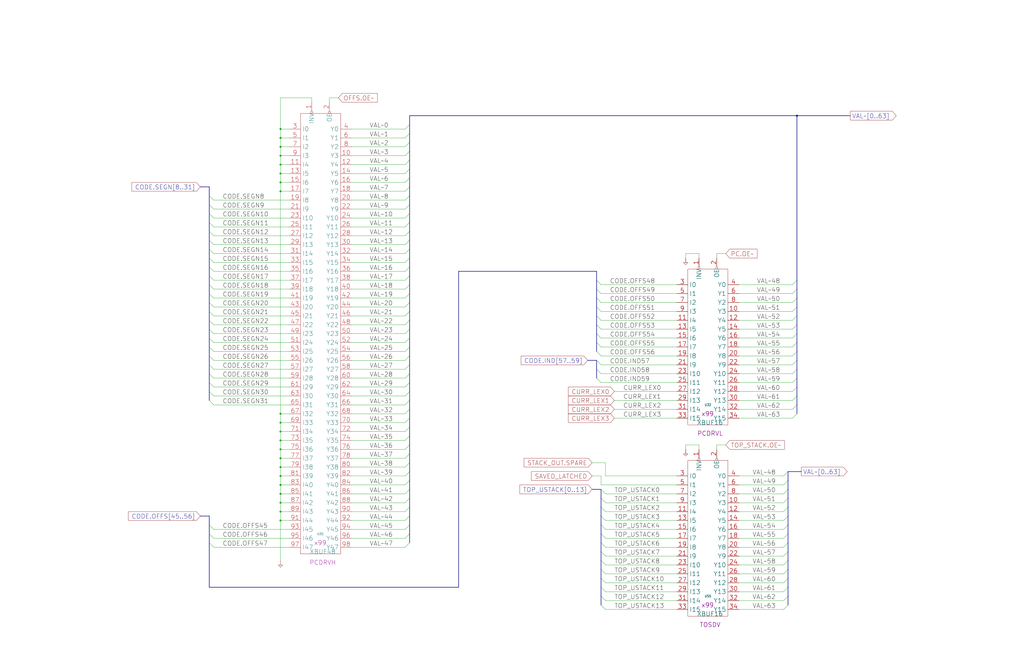
<source format=kicad_sch>
(kicad_sch (version 20230121) (generator eeschema)
  (paper "User" 584.2 378.46)
  (title_block (title "CODE DRIVER") (date "22-MAY-90") (rev "1.0") (comment 1 "SEQUENCER") (comment 2 "232-003064") (comment 3 "S400") (comment 4 "RELEASED"))
  (lib_symbols
    (symbol "r1000:PD" (power) (pin_numbers hide) (pin_names hide) (in_bom no)
      (symbol "PD_0_1"
        (polyline (pts (xy 0 -2.54) (xy 1.27 -2.54) (xy 0 -3.81) (xy -1.27 -2.54) (xy 0 -2.54)) (stroke (width 0.1524)))
      )
      (symbol "PD_1_1"
        (pin power_in line (at 0 0 270) (length 2.54) (name "PD") (number "1"))
      )
    )
    (symbol "r1000:XBUF16" (pin_names (offset 1.016))
      (property "Reference" "U" (at 2.54 5.08 0))
      (property "Value" "XBUF16" (at -3.81 -5.08 0))
      (property "Location" "___" (at -1.27 0 0))
      (property "Name" "______" (at 3.81 -12.7 0))
      (symbol "XBUF16_1_1"
        (rectangle (start -8.89 82.55) (end 13.97 -6.35))
        (circle (center -2.54 83.185) (radius 0.635))
        (circle (center 7.62 83.185) (radius 0.635))
        (pin input line (at -2.54 88.9 270) (length 5.08) (name "INV") (number "1"))
        (pin tri_state line (at 20.32 58.42 180) (length 6.35) (name "Y3") (number "10"))
        (pin input line (at -15.24 53.34 0) (length 6.35) (name "I4") (number "11"))
        (pin tri_state line (at 20.32 53.34 180) (length 6.35) (name "Y4") (number "12"))
        (pin input line (at -15.24 48.26 0) (length 6.35) (name "I5") (number "13"))
        (pin tri_state line (at 20.32 48.26 180) (length 6.35) (name "Y5") (number "14"))
        (pin input line (at -15.24 43.18 0) (length 6.35) (name "I6") (number "15"))
        (pin tri_state line (at 20.32 43.18 180) (length 6.35) (name "Y6") (number "16"))
        (pin input line (at -15.24 38.1 0) (length 6.35) (name "I7") (number "17"))
        (pin tri_state line (at 20.32 38.1 180) (length 6.35) (name "Y7") (number "18"))
        (pin input line (at -15.24 33.02 0) (length 6.35) (name "I8") (number "19"))
        (pin input line (at 7.62 88.9 270) (length 5.08) (name "OE") (number "2"))
        (pin tri_state line (at 20.32 33.02 180) (length 6.35) (name "Y8") (number "20"))
        (pin input line (at -15.24 27.94 0) (length 6.35) (name "I9") (number "21"))
        (pin tri_state line (at 20.32 27.94 180) (length 6.35) (name "Y9") (number "22"))
        (pin input line (at -15.24 22.86 0) (length 6.35) (name "I10") (number "23"))
        (pin tri_state line (at 20.32 22.86 180) (length 6.35) (name "Y10") (number "24"))
        (pin input line (at -15.24 17.78 0) (length 6.35) (name "I11") (number "25"))
        (pin tri_state line (at 20.32 17.78 180) (length 6.35) (name "Y11") (number "26"))
        (pin input line (at -15.24 12.7 0) (length 6.35) (name "I12") (number "27"))
        (pin tri_state line (at 20.32 12.7 180) (length 6.35) (name "Y12") (number "28"))
        (pin input line (at -15.24 7.62 0) (length 6.35) (name "I13") (number "29"))
        (pin input line (at -15.24 73.66 0) (length 6.35) (name "I0") (number "3"))
        (pin tri_state line (at 20.32 7.62 180) (length 6.35) (name "Y13") (number "30"))
        (pin input line (at -15.24 2.54 0) (length 6.35) (name "I14") (number "31"))
        (pin tri_state line (at 20.32 2.54 180) (length 6.35) (name "Y14") (number "32"))
        (pin input line (at -15.24 -2.54 0) (length 6.35) (name "I15") (number "33"))
        (pin tri_state line (at 20.32 -2.54 180) (length 6.35) (name "Y15") (number "34"))
        (pin tri_state line (at 20.32 73.66 180) (length 6.35) (name "Y0") (number "4"))
        (pin input line (at -15.24 68.58 0) (length 6.35) (name "I1") (number "5"))
        (pin tri_state line (at 20.32 68.58 180) (length 6.35) (name "Y1") (number "6"))
        (pin input line (at -15.24 63.5 0) (length 6.35) (name "I2") (number "7"))
        (pin tri_state line (at 20.32 63.5 180) (length 6.35) (name "Y2") (number "8"))
        (pin input line (at -15.24 58.42 0) (length 6.35) (name "I3") (number "9"))
      )
    )
    (symbol "r1000:XBUF48" (pin_names (offset 1.016))
      (property "Reference" "U" (at 2.54 5.08 0))
      (property "Value" "XBUF48" (at -3.81 -5.08 0))
      (property "Location" "___" (at -1.27 0 0))
      (property "Name" "______" (at 3.81 -12.7 0))
      (symbol "XBUF48_1_1"
        (rectangle (start -8.89 245.11) (end 13.97 -6.35))
        (circle (center -2.54 245.745) (radius 0.635))
        (circle (center 7.62 245.745) (radius 0.635))
        (pin input line (at -2.54 251.46 270) (length 5.08) (name "INV") (number "1"))
        (pin tri_state line (at 20.32 220.98 180) (length 6.35) (name "Y3") (number "10"))
        (pin input line (at -15.24 215.9 0) (length 6.35) (name "I4") (number "11"))
        (pin tri_state line (at 20.32 215.9 180) (length 6.35) (name "Y4") (number "12"))
        (pin input line (at -15.24 210.82 0) (length 6.35) (name "I5") (number "13"))
        (pin tri_state line (at 20.32 210.82 180) (length 6.35) (name "Y5") (number "14"))
        (pin input line (at -15.24 205.74 0) (length 6.35) (name "I6") (number "15"))
        (pin tri_state line (at 20.32 205.74 180) (length 6.35) (name "Y6") (number "16"))
        (pin input line (at -15.24 200.66 0) (length 6.35) (name "I7") (number "17"))
        (pin tri_state line (at 20.32 200.66 180) (length 6.35) (name "Y7") (number "18"))
        (pin input line (at -15.24 195.58 0) (length 6.35) (name "I8") (number "19"))
        (pin input line (at 7.62 251.46 270) (length 5.08) (name "OE") (number "2"))
        (pin tri_state line (at 20.32 195.58 180) (length 6.35) (name "Y8") (number "20"))
        (pin input line (at -15.24 190.5 0) (length 6.35) (name "I9") (number "21"))
        (pin tri_state line (at 20.32 190.5 180) (length 6.35) (name "Y9") (number "22"))
        (pin input line (at -15.24 185.42 0) (length 6.35) (name "I10") (number "23"))
        (pin tri_state line (at 20.32 185.42 180) (length 6.35) (name "Y10") (number "24"))
        (pin input line (at -15.24 180.34 0) (length 6.35) (name "I11") (number "25"))
        (pin tri_state line (at 20.32 180.34 180) (length 6.35) (name "Y11") (number "26"))
        (pin input line (at -15.24 175.26 0) (length 6.35) (name "I12") (number "27"))
        (pin tri_state line (at 20.32 175.26 180) (length 6.35) (name "Y12") (number "28"))
        (pin input line (at -15.24 170.18 0) (length 6.35) (name "I13") (number "29"))
        (pin input line (at -15.24 236.22 0) (length 6.35) (name "I0") (number "3"))
        (pin tri_state line (at 20.32 170.18 180) (length 6.35) (name "Y13") (number "30"))
        (pin input line (at -15.24 165.1 0) (length 6.35) (name "I14") (number "31"))
        (pin tri_state line (at 20.32 165.1 180) (length 6.35) (name "Y14") (number "32"))
        (pin input line (at -15.24 160.02 0) (length 6.35) (name "I15") (number "33"))
        (pin tri_state line (at 20.32 160.02 180) (length 6.35) (name "Y15") (number "34"))
        (pin input line (at -15.24 154.94 0) (length 6.35) (name "I16") (number "35"))
        (pin tri_state line (at 20.32 154.94 180) (length 6.35) (name "Y16") (number "36"))
        (pin input line (at -15.24 149.86 0) (length 6.35) (name "I17") (number "37"))
        (pin tri_state line (at 20.32 149.86 180) (length 6.35) (name "Y17") (number "38"))
        (pin input line (at -15.24 144.78 0) (length 6.35) (name "I18") (number "39"))
        (pin tri_state line (at 20.32 236.22 180) (length 6.35) (name "Y0") (number "4"))
        (pin tri_state line (at 20.32 144.78 180) (length 6.35) (name "Y18") (number "40"))
        (pin input line (at -15.24 139.7 0) (length 6.35) (name "I19") (number "41"))
        (pin tri_state line (at 20.32 139.7 180) (length 6.35) (name "Y19") (number "42"))
        (pin input line (at -15.24 134.62 0) (length 6.35) (name "I20") (number "43"))
        (pin tri_state line (at 20.32 134.62 180) (length 6.35) (name "Y20") (number "44"))
        (pin input line (at -15.24 129.54 0) (length 6.35) (name "I21") (number "45"))
        (pin tri_state line (at 20.32 129.54 180) (length 6.35) (name "Y21") (number "46"))
        (pin input line (at -15.24 124.46 0) (length 6.35) (name "I22") (number "47"))
        (pin tri_state line (at 20.32 124.46 180) (length 6.35) (name "Y22") (number "48"))
        (pin input line (at -15.24 119.38 0) (length 6.35) (name "I23") (number "49"))
        (pin input line (at -15.24 231.14 0) (length 6.35) (name "I1") (number "5"))
        (pin tri_state line (at 20.32 119.38 180) (length 6.35) (name "Y23") (number "50"))
        (pin input line (at -15.24 114.3 0) (length 6.35) (name "I24") (number "51"))
        (pin tri_state line (at 20.32 114.3 180) (length 6.35) (name "Y24") (number "52"))
        (pin input line (at -15.24 109.22 0) (length 6.35) (name "I25") (number "53"))
        (pin tri_state line (at 20.32 109.22 180) (length 6.35) (name "Y25") (number "54"))
        (pin input line (at -15.24 104.14 0) (length 6.35) (name "I26") (number "55"))
        (pin tri_state line (at 20.32 104.14 180) (length 6.35) (name "Y26") (number "56"))
        (pin input line (at -15.24 99.06 0) (length 6.35) (name "I27") (number "57"))
        (pin tri_state line (at 20.32 99.06 180) (length 6.35) (name "Y27") (number "58"))
        (pin input line (at -15.24 93.98 0) (length 6.35) (name "I28") (number "59"))
        (pin tri_state line (at 20.32 231.14 180) (length 6.35) (name "Y1") (number "6"))
        (pin tri_state line (at 20.32 93.98 180) (length 6.35) (name "Y28") (number "60"))
        (pin input line (at -15.24 88.9 0) (length 6.35) (name "I29") (number "61"))
        (pin tri_state line (at 20.32 88.9 180) (length 6.35) (name "Y29") (number "62"))
        (pin input line (at -15.24 83.82 0) (length 6.35) (name "I30") (number "63"))
        (pin tri_state line (at 20.32 83.82 180) (length 6.35) (name "Y30") (number "64"))
        (pin input line (at -15.24 78.74 0) (length 6.35) (name "I31") (number "65"))
        (pin tri_state line (at 20.32 78.74 180) (length 6.35) (name "Y31") (number "66"))
        (pin input line (at -15.24 73.66 0) (length 6.35) (name "I32") (number "67"))
        (pin tri_state line (at 20.32 73.66 180) (length 6.35) (name "Y32") (number "68"))
        (pin input line (at -15.24 68.58 0) (length 6.35) (name "I33") (number "69"))
        (pin input line (at -15.24 226.06 0) (length 6.35) (name "I2") (number "7"))
        (pin tri_state line (at 20.32 68.58 180) (length 6.35) (name "Y33") (number "70"))
        (pin input line (at -15.24 63.5 0) (length 6.35) (name "I34") (number "71"))
        (pin tri_state line (at 20.32 63.5 180) (length 6.35) (name "Y34") (number "72"))
        (pin input line (at -15.24 58.42 0) (length 6.35) (name "I35") (number "73"))
        (pin tri_state line (at 20.32 58.42 180) (length 6.35) (name "Y35") (number "74"))
        (pin input line (at -15.24 53.34 0) (length 6.35) (name "I36") (number "75"))
        (pin tri_state line (at 20.32 53.34 180) (length 6.35) (name "Y36") (number "76"))
        (pin input line (at -15.24 48.26 0) (length 6.35) (name "I37") (number "77"))
        (pin tri_state line (at 20.32 48.26 180) (length 6.35) (name "Y37") (number "78"))
        (pin input line (at -15.24 43.18 0) (length 6.35) (name "I38") (number "79"))
        (pin tri_state line (at 20.32 226.06 180) (length 6.35) (name "Y2") (number "8"))
        (pin tri_state line (at 20.32 43.18 180) (length 6.35) (name "Y38") (number "80"))
        (pin input line (at -15.24 38.1 0) (length 6.35) (name "I39") (number "81"))
        (pin tri_state line (at 20.32 38.1 180) (length 6.35) (name "Y39") (number "82"))
        (pin input line (at -15.24 33.02 0) (length 6.35) (name "I40") (number "83"))
        (pin tri_state line (at 20.32 33.02 180) (length 6.35) (name "Y40") (number "84"))
        (pin input line (at -15.24 27.94 0) (length 6.35) (name "I41") (number "85"))
        (pin tri_state line (at 20.32 27.94 180) (length 6.35) (name "Y41") (number "86"))
        (pin input line (at -15.24 22.86 0) (length 6.35) (name "I42") (number "87"))
        (pin tri_state line (at 20.32 22.86 180) (length 6.35) (name "Y42") (number "88"))
        (pin input line (at -15.24 17.78 0) (length 6.35) (name "I43") (number "89"))
        (pin input line (at -15.24 220.98 0) (length 6.35) (name "I3") (number "9"))
        (pin tri_state line (at 20.32 17.78 180) (length 6.35) (name "Y43") (number "90"))
        (pin input line (at -15.24 12.7 0) (length 6.35) (name "I44") (number "91"))
        (pin tri_state line (at 20.32 12.7 180) (length 6.35) (name "Y44") (number "92"))
        (pin input line (at -15.24 7.62 0) (length 6.35) (name "I45") (number "93"))
        (pin tri_state line (at 20.32 7.62 180) (length 6.35) (name "Y45") (number "94"))
        (pin input line (at -15.24 2.54 0) (length 6.35) (name "I46") (number "95"))
        (pin tri_state line (at 20.32 2.54 180) (length 6.35) (name "Y46") (number "96"))
        (pin input line (at -15.24 -2.54 0) (length 6.35) (name "I47") (number "97"))
        (pin tri_state line (at 20.32 -2.54 180) (length 6.35) (name "Y47") (number "98"))
      )
    )
  )
  (junction (at 160.02 281.94))
  (junction (at 160.02 109.22))
  (junction (at 160.02 256.54))
  (junction (at 160.02 93.98))
  (junction (at 160.02 246.38))
  (junction (at 160.02 83.82))
  (junction (at 160.02 261.62))
  (junction (at 160.02 236.22))
  (junction (at 160.02 297.18))
  (junction (at 160.02 276.86))
  (junction (at 160.02 292.1))
  (junction (at 160.02 271.78))
  (junction (at 160.02 78.74))
  (junction (at 160.02 99.06))
  (junction (at 160.02 73.66))
  (junction (at 160.02 266.7))
  (junction (at 160.02 241.3))
  (junction (at 160.02 88.9))
  (junction (at 160.02 104.14))
  (junction (at 454.66 66.04))
  (junction (at 160.02 287.02))
  (junction (at 160.02 251.46))
  (bus_entry (at 449.58 279.4) (size -2.54 2.54))
  (bus_entry (at 340.36 170.18) (size 2.54 2.54))
  (bus_entry (at 342.9 279.4) (size 2.54 2.54))
  (bus_entry (at 233.68 284.48) (size -2.54 2.54))
  (bus_entry (at 449.58 309.88) (size -2.54 2.54))
  (bus_entry (at 119.38 132.08) (size 2.54 2.54))
  (bus_entry (at 233.68 213.36) (size -2.54 2.54))
  (bus_entry (at 119.38 157.48) (size 2.54 2.54))
  (bus_entry (at 454.66 215.9) (size -2.54 2.54))
  (bus_entry (at 233.68 198.12) (size -2.54 2.54))
  (bus_entry (at 233.68 228.6) (size -2.54 2.54))
  (bus_entry (at 449.58 289.56) (size -2.54 2.54))
  (bus_entry (at 342.9 294.64) (size 2.54 2.54))
  (bus_entry (at 119.38 121.92) (size 2.54 2.54))
  (bus_entry (at 233.68 167.64) (size -2.54 2.54))
  (bus_entry (at 119.38 182.88) (size 2.54 2.54))
  (bus_entry (at 233.68 248.92) (size -2.54 2.54))
  (bus_entry (at 340.36 175.26) (size 2.54 2.54))
  (bus_entry (at 454.66 231.14) (size -2.54 2.54))
  (bus_entry (at 340.36 205.74) (size 2.54 2.54))
  (bus_entry (at 233.68 157.48) (size -2.54 2.54))
  (bus_entry (at 454.66 220.98) (size -2.54 2.54))
  (bus_entry (at 233.68 172.72) (size -2.54 2.54))
  (bus_entry (at 119.38 152.4) (size 2.54 2.54))
  (bus_entry (at 119.38 218.44) (size 2.54 2.54))
  (bus_entry (at 233.68 203.2) (size -2.54 2.54))
  (bus_entry (at 119.38 116.84) (size 2.54 2.54))
  (bus_entry (at 449.58 304.8) (size -2.54 2.54))
  (bus_entry (at 449.58 299.72) (size -2.54 2.54))
  (bus_entry (at 233.68 116.84) (size -2.54 2.54))
  (bus_entry (at 233.68 243.84) (size -2.54 2.54))
  (bus_entry (at 233.68 254) (size -2.54 2.54))
  (bus_entry (at 342.9 345.44) (size 2.54 2.54))
  (bus_entry (at 454.66 185.42) (size -2.54 2.54))
  (bus_entry (at 119.38 172.72) (size 2.54 2.54))
  (bus_entry (at 233.68 294.64) (size -2.54 2.54))
  (bus_entry (at 342.9 325.12) (size 2.54 2.54))
  (bus_entry (at 342.9 304.8) (size 2.54 2.54))
  (bus_entry (at 449.58 345.44) (size -2.54 2.54))
  (bus_entry (at 449.58 335.28) (size -2.54 2.54))
  (bus_entry (at 119.38 198.12) (size 2.54 2.54))
  (bus_entry (at 454.66 195.58) (size -2.54 2.54))
  (bus_entry (at 454.66 160.02) (size -2.54 2.54))
  (bus_entry (at 454.66 226.06) (size -2.54 2.54))
  (bus_entry (at 233.68 91.44) (size -2.54 2.54))
  (bus_entry (at 342.9 289.56) (size 2.54 2.54))
  (bus_entry (at 454.66 200.66) (size -2.54 2.54))
  (bus_entry (at 449.58 294.64) (size -2.54 2.54))
  (bus_entry (at 233.68 86.36) (size -2.54 2.54))
  (bus_entry (at 449.58 325.12) (size -2.54 2.54))
  (bus_entry (at 119.38 299.72) (size 2.54 2.54))
  (bus_entry (at 233.68 208.28) (size -2.54 2.54))
  (bus_entry (at 340.36 195.58) (size 2.54 2.54))
  (bus_entry (at 233.68 299.72) (size -2.54 2.54))
  (bus_entry (at 454.66 205.74) (size -2.54 2.54))
  (bus_entry (at 119.38 147.32) (size 2.54 2.54))
  (bus_entry (at 449.58 320.04) (size -2.54 2.54))
  (bus_entry (at 342.9 330.2) (size 2.54 2.54))
  (bus_entry (at 340.36 165.1) (size 2.54 2.54))
  (bus_entry (at 233.68 218.44) (size -2.54 2.54))
  (bus_entry (at 449.58 269.24) (size -2.54 2.54))
  (bus_entry (at 233.68 111.76) (size -2.54 2.54))
  (bus_entry (at 340.36 180.34) (size 2.54 2.54))
  (bus_entry (at 233.68 233.68) (size -2.54 2.54))
  (bus_entry (at 119.38 111.76) (size 2.54 2.54))
  (bus_entry (at 342.9 335.28) (size 2.54 2.54))
  (bus_entry (at 119.38 203.2) (size 2.54 2.54))
  (bus_entry (at 233.68 106.68) (size -2.54 2.54))
  (bus_entry (at 340.36 210.82) (size 2.54 2.54))
  (bus_entry (at 233.68 223.52) (size -2.54 2.54))
  (bus_entry (at 233.68 152.4) (size -2.54 2.54))
  (bus_entry (at 233.68 76.2) (size -2.54 2.54))
  (bus_entry (at 233.68 193.04) (size -2.54 2.54))
  (bus_entry (at 233.68 147.32) (size -2.54 2.54))
  (bus_entry (at 454.66 190.5) (size -2.54 2.54))
  (bus_entry (at 233.68 101.6) (size -2.54 2.54))
  (bus_entry (at 233.68 137.16) (size -2.54 2.54))
  (bus_entry (at 233.68 187.96) (size -2.54 2.54))
  (bus_entry (at 119.38 213.36) (size 2.54 2.54))
  (bus_entry (at 342.9 320.04) (size 2.54 2.54))
  (bus_entry (at 340.36 200.66) (size 2.54 2.54))
  (bus_entry (at 233.68 81.28) (size -2.54 2.54))
  (bus_entry (at 119.38 193.04) (size 2.54 2.54))
  (bus_entry (at 233.68 269.24) (size -2.54 2.54))
  (bus_entry (at 119.38 228.6) (size 2.54 2.54))
  (bus_entry (at 340.36 185.42) (size 2.54 2.54))
  (bus_entry (at 119.38 127) (size 2.54 2.54))
  (bus_entry (at 449.58 284.48) (size -2.54 2.54))
  (bus_entry (at 233.68 177.8) (size -2.54 2.54))
  (bus_entry (at 119.38 304.8) (size 2.54 2.54))
  (bus_entry (at 119.38 142.24) (size 2.54 2.54))
  (bus_entry (at 233.68 71.12) (size -2.54 2.54))
  (bus_entry (at 449.58 314.96) (size -2.54 2.54))
  (bus_entry (at 233.68 132.08) (size -2.54 2.54))
  (bus_entry (at 119.38 208.28) (size 2.54 2.54))
  (bus_entry (at 342.9 340.36) (size 2.54 2.54))
  (bus_entry (at 233.68 96.52) (size -2.54 2.54))
  (bus_entry (at 233.68 259.08) (size -2.54 2.54))
  (bus_entry (at 454.66 175.26) (size -2.54 2.54))
  (bus_entry (at 233.68 309.88) (size -2.54 2.54))
  (bus_entry (at 233.68 142.24) (size -2.54 2.54))
  (bus_entry (at 454.66 210.82) (size -2.54 2.54))
  (bus_entry (at 233.68 162.56) (size -2.54 2.54))
  (bus_entry (at 233.68 127) (size -2.54 2.54))
  (bus_entry (at 233.68 264.16) (size -2.54 2.54))
  (bus_entry (at 119.38 167.64) (size 2.54 2.54))
  (bus_entry (at 454.66 170.18) (size -2.54 2.54))
  (bus_entry (at 454.66 165.1) (size -2.54 2.54))
  (bus_entry (at 119.38 162.56) (size 2.54 2.54))
  (bus_entry (at 342.9 284.48) (size 2.54 2.54))
  (bus_entry (at 233.68 289.56) (size -2.54 2.54))
  (bus_entry (at 449.58 330.2) (size -2.54 2.54))
  (bus_entry (at 340.36 160.02) (size 2.54 2.54))
  (bus_entry (at 233.68 304.8) (size -2.54 2.54))
  (bus_entry (at 342.9 314.96) (size 2.54 2.54))
  (bus_entry (at 119.38 187.96) (size 2.54 2.54))
  (bus_entry (at 454.66 180.34) (size -2.54 2.54))
  (bus_entry (at 233.68 182.88) (size -2.54 2.54))
  (bus_entry (at 342.9 299.72) (size 2.54 2.54))
  (bus_entry (at 340.36 190.5) (size 2.54 2.54))
  (bus_entry (at 449.58 274.32) (size -2.54 2.54))
  (bus_entry (at 233.68 121.92) (size -2.54 2.54))
  (bus_entry (at 119.38 137.16) (size 2.54 2.54))
  (bus_entry (at 119.38 177.8) (size 2.54 2.54))
  (bus_entry (at 119.38 223.52) (size 2.54 2.54))
  (bus_entry (at 119.38 309.88) (size 2.54 2.54))
  (bus_entry (at 454.66 236.22) (size -2.54 2.54))
  (bus_entry (at 342.9 309.88) (size 2.54 2.54))
  (bus_entry (at 233.68 274.32) (size -2.54 2.54))
  (bus_entry (at 233.68 238.76) (size -2.54 2.54))
  (bus_entry (at 449.58 340.36) (size -2.54 2.54))
  (bus_entry (at 233.68 279.4) (size -2.54 2.54))
  (bus_entry (at 340.36 215.9) (size 2.54 2.54))
  (wire (pts (xy 160.02 292.1) (xy 165.1 292.1)))
  (bus (pts (xy 119.38 193.04) (xy 119.38 198.12)))
  (wire (pts (xy 200.66 175.26) (xy 231.14 175.26)))
  (wire (pts (xy 345.44 337.82) (xy 386.08 337.82)))
  (wire (pts (xy 421.64 312.42) (xy 447.04 312.42)))
  (wire (pts (xy 200.66 134.62) (xy 231.14 134.62)))
  (wire (pts (xy 121.92 180.34) (xy 165.1 180.34)))
  (bus (pts (xy 449.58 269.24) (xy 449.58 274.32)))
  (wire (pts (xy 165.1 297.18) (xy 160.02 297.18)))
  (bus (pts (xy 119.38 177.8) (xy 119.38 182.88)))
  (wire (pts (xy 160.02 256.54) (xy 165.1 256.54)))
  (wire (pts (xy 121.92 124.46) (xy 165.1 124.46)))
  (wire (pts (xy 160.02 246.38) (xy 160.02 251.46)))
  (wire (pts (xy 421.64 271.78) (xy 447.04 271.78)))
  (wire (pts (xy 345.44 332.74) (xy 386.08 332.74)))
  (wire (pts (xy 200.66 83.82) (xy 231.14 83.82)))
  (bus (pts (xy 454.66 160.02) (xy 454.66 165.1)))
  (bus (pts (xy 233.68 299.72) (xy 233.68 304.8)))
  (bus (pts (xy 233.68 111.76) (xy 233.68 116.84)))
  (wire (pts (xy 200.66 180.34) (xy 231.14 180.34)))
  (bus (pts (xy 233.68 76.2) (xy 233.68 81.28)))
  (bus (pts (xy 454.66 210.82) (xy 454.66 215.9)))
  (wire (pts (xy 160.02 236.22) (xy 165.1 236.22)))
  (wire (pts (xy 342.9 162.56) (xy 386.08 162.56)))
  (wire (pts (xy 391.16 254) (xy 398.78 254)))
  (bus (pts (xy 449.58 299.72) (xy 449.58 304.8)))
  (wire (pts (xy 121.92 114.3) (xy 165.1 114.3)))
  (bus (pts (xy 233.68 294.64) (xy 233.68 299.72)))
  (wire (pts (xy 421.64 238.76) (xy 452.12 238.76)))
  (wire (pts (xy 421.64 182.88) (xy 452.12 182.88)))
  (wire (pts (xy 121.92 170.18) (xy 165.1 170.18)))
  (wire (pts (xy 345.44 297.18) (xy 386.08 297.18)))
  (wire (pts (xy 200.66 226.06) (xy 231.14 226.06)))
  (bus (pts (xy 233.68 248.92) (xy 233.68 254)))
  (wire (pts (xy 342.9 218.44) (xy 386.08 218.44)))
  (bus (pts (xy 454.66 200.66) (xy 454.66 205.74)))
  (bus (pts (xy 261.62 335.28) (xy 119.38 335.28)))
  (bus (pts (xy 454.66 180.34) (xy 454.66 185.42)))
  (wire (pts (xy 200.66 292.1) (xy 231.14 292.1)))
  (bus (pts (xy 233.68 66.04) (xy 233.68 71.12)))
  (wire (pts (xy 345.44 302.26) (xy 386.08 302.26)))
  (wire (pts (xy 414.02 144.78) (xy 408.94 144.78)))
  (wire (pts (xy 121.92 185.42) (xy 165.1 185.42)))
  (bus (pts (xy 233.68 142.24) (xy 233.68 147.32)))
  (wire (pts (xy 160.02 83.82) (xy 165.1 83.82)))
  (wire (pts (xy 200.66 124.46) (xy 231.14 124.46)))
  (bus (pts (xy 233.68 177.8) (xy 233.68 182.88)))
  (bus (pts (xy 454.66 220.98) (xy 454.66 226.06)))
  (bus (pts (xy 233.68 213.36) (xy 233.68 218.44)))
  (wire (pts (xy 421.64 218.44) (xy 452.12 218.44)))
  (wire (pts (xy 345.44 327.66) (xy 386.08 327.66)))
  (wire (pts (xy 121.92 200.66) (xy 165.1 200.66)))
  (bus (pts (xy 449.58 289.56) (xy 449.58 294.64)))
  (wire (pts (xy 421.64 292.1) (xy 447.04 292.1)))
  (bus (pts (xy 337.82 279.4) (xy 342.9 279.4)))
  (bus (pts (xy 233.68 233.68) (xy 233.68 238.76)))
  (bus (pts (xy 119.38 304.8) (xy 119.38 309.88)))
  (wire (pts (xy 345.44 322.58) (xy 386.08 322.58)))
  (bus (pts (xy 342.9 335.28) (xy 342.9 340.36)))
  (wire (pts (xy 121.92 205.74) (xy 165.1 205.74)))
  (bus (pts (xy 119.38 106.68) (xy 119.38 111.76)))
  (bus (pts (xy 340.36 175.26) (xy 340.36 180.34)))
  (wire (pts (xy 345.44 317.5) (xy 386.08 317.5)))
  (wire (pts (xy 121.92 302.26) (xy 165.1 302.26)))
  (bus (pts (xy 449.58 309.88) (xy 449.58 314.96)))
  (wire (pts (xy 345.44 312.42) (xy 386.08 312.42)))
  (bus (pts (xy 114.3 294.64) (xy 119.38 294.64)))
  (bus (pts (xy 340.36 185.42) (xy 340.36 190.5)))
  (bus (pts (xy 119.38 198.12) (xy 119.38 203.2)))
  (bus (pts (xy 233.68 172.72) (xy 233.68 177.8)))
  (wire (pts (xy 160.02 276.86) (xy 160.02 281.94)))
  (bus (pts (xy 340.36 165.1) (xy 340.36 170.18)))
  (wire (pts (xy 421.64 187.96) (xy 452.12 187.96)))
  (bus (pts (xy 119.38 294.64) (xy 119.38 299.72)))
  (wire (pts (xy 160.02 83.82) (xy 160.02 88.9)))
  (wire (pts (xy 200.66 73.66) (xy 231.14 73.66)))
  (wire (pts (xy 160.02 93.98) (xy 160.02 88.9)))
  (wire (pts (xy 160.02 297.18) (xy 160.02 320.04)))
  (bus (pts (xy 342.9 284.48) (xy 342.9 289.56)))
  (wire (pts (xy 391.16 144.78) (xy 398.78 144.78)))
  (wire (pts (xy 200.66 190.5) (xy 231.14 190.5)))
  (bus (pts (xy 233.68 71.12) (xy 233.68 76.2)))
  (bus (pts (xy 261.62 154.94) (xy 261.62 335.28)))
  (bus (pts (xy 233.68 218.44) (xy 233.68 223.52)))
  (wire (pts (xy 350.52 228.6) (xy 386.08 228.6)))
  (bus (pts (xy 233.68 203.2) (xy 233.68 208.28)))
  (bus (pts (xy 233.68 279.4) (xy 233.68 284.48)))
  (wire (pts (xy 160.02 292.1) (xy 160.02 287.02)))
  (wire (pts (xy 160.02 93.98) (xy 165.1 93.98)))
  (wire (pts (xy 200.66 160.02) (xy 231.14 160.02)))
  (wire (pts (xy 421.64 337.82) (xy 447.04 337.82)))
  (wire (pts (xy 160.02 287.02) (xy 165.1 287.02)))
  (bus (pts (xy 233.68 91.44) (xy 233.68 96.52)))
  (bus (pts (xy 454.66 231.14) (xy 454.66 236.22)))
  (bus (pts (xy 340.36 170.18) (xy 340.36 175.26)))
  (wire (pts (xy 342.9 182.88) (xy 386.08 182.88)))
  (bus (pts (xy 454.66 190.5) (xy 454.66 195.58)))
  (wire (pts (xy 200.66 170.18) (xy 231.14 170.18)))
  (wire (pts (xy 121.92 210.82) (xy 165.1 210.82)))
  (wire (pts (xy 177.8 55.88) (xy 177.8 58.42)))
  (bus (pts (xy 454.66 195.58) (xy 454.66 200.66)))
  (wire (pts (xy 386.08 276.86) (xy 342.9 276.86)))
  (wire (pts (xy 421.64 297.18) (xy 447.04 297.18)))
  (bus (pts (xy 233.68 182.88) (xy 233.68 187.96)))
  (wire (pts (xy 160.02 104.14) (xy 160.02 99.06)))
  (bus (pts (xy 119.38 162.56) (xy 119.38 167.64)))
  (bus (pts (xy 119.38 223.52) (xy 119.38 228.6)))
  (wire (pts (xy 391.16 147.32) (xy 391.16 144.78)))
  (bus (pts (xy 119.38 137.16) (xy 119.38 142.24)))
  (wire (pts (xy 408.94 144.78) (xy 408.94 147.32)))
  (wire (pts (xy 160.02 281.94) (xy 165.1 281.94)))
  (wire (pts (xy 160.02 236.22) (xy 160.02 241.3)))
  (wire (pts (xy 121.92 149.86) (xy 165.1 149.86)))
  (wire (pts (xy 121.92 231.14) (xy 165.1 231.14)))
  (wire (pts (xy 160.02 78.74) (xy 165.1 78.74)))
  (wire (pts (xy 421.64 162.56) (xy 452.12 162.56)))
  (wire (pts (xy 200.66 220.98) (xy 231.14 220.98)))
  (wire (pts (xy 121.92 154.94) (xy 165.1 154.94)))
  (bus (pts (xy 233.68 259.08) (xy 233.68 264.16)))
  (wire (pts (xy 200.66 185.42) (xy 231.14 185.42)))
  (wire (pts (xy 160.02 73.66) (xy 165.1 73.66)))
  (wire (pts (xy 200.66 154.94) (xy 231.14 154.94)))
  (wire (pts (xy 345.44 307.34) (xy 386.08 307.34)))
  (bus (pts (xy 340.36 190.5) (xy 340.36 195.58)))
  (wire (pts (xy 121.92 119.38) (xy 165.1 119.38)))
  (wire (pts (xy 421.64 167.64) (xy 452.12 167.64)))
  (bus (pts (xy 342.9 309.88) (xy 342.9 314.96)))
  (bus (pts (xy 119.38 203.2) (xy 119.38 208.28)))
  (wire (pts (xy 200.66 287.02) (xy 231.14 287.02)))
  (bus (pts (xy 342.9 304.8) (xy 342.9 309.88)))
  (wire (pts (xy 342.9 198.12) (xy 386.08 198.12)))
  (wire (pts (xy 121.92 190.5) (xy 165.1 190.5)))
  (wire (pts (xy 342.9 177.8) (xy 386.08 177.8)))
  (bus (pts (xy 454.66 165.1) (xy 454.66 170.18)))
  (wire (pts (xy 160.02 104.14) (xy 165.1 104.14)))
  (wire (pts (xy 337.82 271.78) (xy 342.9 271.78)))
  (wire (pts (xy 345.44 347.98) (xy 386.08 347.98)))
  (wire (pts (xy 160.02 261.62) (xy 165.1 261.62)))
  (bus (pts (xy 340.36 195.58) (xy 340.36 200.66)))
  (wire (pts (xy 350.52 238.76) (xy 386.08 238.76)))
  (bus (pts (xy 233.68 193.04) (xy 233.68 198.12)))
  (bus (pts (xy 340.36 205.74) (xy 340.36 210.82)))
  (wire (pts (xy 200.66 276.86) (xy 231.14 276.86)))
  (bus (pts (xy 449.58 340.36) (xy 449.58 345.44)))
  (wire (pts (xy 200.66 78.74) (xy 231.14 78.74)))
  (wire (pts (xy 350.52 233.68) (xy 386.08 233.68)))
  (bus (pts (xy 233.68 284.48) (xy 233.68 289.56)))
  (wire (pts (xy 391.16 256.54) (xy 391.16 254)))
  (bus (pts (xy 233.68 274.32) (xy 233.68 279.4)))
  (bus (pts (xy 233.68 304.8) (xy 233.68 309.88)))
  (wire (pts (xy 421.64 281.94) (xy 447.04 281.94)))
  (bus (pts (xy 119.38 299.72) (xy 119.38 304.8)))
  (wire (pts (xy 200.66 246.38) (xy 231.14 246.38)))
  (wire (pts (xy 421.64 203.2) (xy 452.12 203.2)))
  (bus (pts (xy 342.9 279.4) (xy 342.9 284.48)))
  (wire (pts (xy 121.92 144.78) (xy 165.1 144.78)))
  (bus (pts (xy 342.9 325.12) (xy 342.9 330.2)))
  (wire (pts (xy 200.66 210.82) (xy 231.14 210.82)))
  (bus (pts (xy 233.68 137.16) (xy 233.68 142.24)))
  (bus (pts (xy 449.58 294.64) (xy 449.58 299.72)))
  (bus (pts (xy 119.38 147.32) (xy 119.38 152.4)))
  (wire (pts (xy 160.02 73.66) (xy 160.02 78.74)))
  (wire (pts (xy 187.96 55.88) (xy 187.96 58.42)))
  (bus (pts (xy 340.36 154.94) (xy 340.36 160.02)))
  (bus (pts (xy 454.66 215.9) (xy 454.66 220.98)))
  (bus (pts (xy 449.58 314.96) (xy 449.58 320.04)))
  (wire (pts (xy 160.02 281.94) (xy 160.02 287.02)))
  (wire (pts (xy 421.64 307.34) (xy 447.04 307.34)))
  (wire (pts (xy 200.66 139.7) (xy 231.14 139.7)))
  (bus (pts (xy 233.68 157.48) (xy 233.68 162.56)))
  (wire (pts (xy 345.44 292.1) (xy 386.08 292.1)))
  (wire (pts (xy 200.66 215.9) (xy 231.14 215.9)))
  (wire (pts (xy 421.64 276.86) (xy 447.04 276.86)))
  (wire (pts (xy 342.9 172.72) (xy 386.08 172.72)))
  (wire (pts (xy 342.9 208.28) (xy 386.08 208.28)))
  (bus (pts (xy 454.66 66.04) (xy 454.66 160.02)))
  (wire (pts (xy 200.66 99.06) (xy 231.14 99.06)))
  (bus (pts (xy 114.3 106.68) (xy 119.38 106.68)))
  (bus (pts (xy 233.68 101.6) (xy 233.68 106.68)))
  (wire (pts (xy 421.64 317.5) (xy 447.04 317.5)))
  (wire (pts (xy 421.64 208.28) (xy 452.12 208.28)))
  (wire (pts (xy 421.64 213.36) (xy 452.12 213.36)))
  (bus (pts (xy 485.14 66.04) (xy 454.66 66.04)))
  (wire (pts (xy 421.64 302.26) (xy 447.04 302.26)))
  (wire (pts (xy 121.92 175.26) (xy 165.1 175.26)))
  (bus (pts (xy 119.38 157.48) (xy 119.38 162.56)))
  (wire (pts (xy 200.66 297.18) (xy 231.14 297.18)))
  (bus (pts (xy 233.68 167.64) (xy 233.68 172.72)))
  (bus (pts (xy 233.68 127) (xy 233.68 132.08)))
  (wire (pts (xy 342.9 167.64) (xy 386.08 167.64)))
  (wire (pts (xy 421.64 322.58) (xy 447.04 322.58)))
  (wire (pts (xy 200.66 261.62) (xy 231.14 261.62)))
  (wire (pts (xy 421.64 177.8) (xy 452.12 177.8)))
  (bus (pts (xy 342.9 299.72) (xy 342.9 304.8)))
  (wire (pts (xy 421.64 172.72) (xy 452.12 172.72)))
  (wire (pts (xy 160.02 99.06) (xy 160.02 93.98)))
  (wire (pts (xy 200.66 271.78) (xy 231.14 271.78)))
  (bus (pts (xy 233.68 243.84) (xy 233.68 248.92)))
  (bus (pts (xy 119.38 167.64) (xy 119.38 172.72)))
  (bus (pts (xy 340.36 205.74) (xy 335.28 205.74)))
  (bus (pts (xy 449.58 279.4) (xy 449.58 284.48)))
  (bus (pts (xy 119.38 208.28) (xy 119.38 213.36)))
  (wire (pts (xy 160.02 241.3) (xy 160.02 246.38)))
  (bus (pts (xy 119.38 218.44) (xy 119.38 223.52)))
  (wire (pts (xy 160.02 55.88) (xy 177.8 55.88)))
  (wire (pts (xy 160.02 55.88) (xy 160.02 73.66)))
  (wire (pts (xy 121.92 165.1) (xy 165.1 165.1)))
  (wire (pts (xy 160.02 261.62) (xy 160.02 256.54)))
  (wire (pts (xy 421.64 287.02) (xy 447.04 287.02)))
  (bus (pts (xy 342.9 314.96) (xy 342.9 320.04)))
  (bus (pts (xy 340.36 210.82) (xy 340.36 215.9)))
  (wire (pts (xy 160.02 246.38) (xy 165.1 246.38)))
  (bus (pts (xy 233.68 254) (xy 233.68 259.08)))
  (bus (pts (xy 454.66 170.18) (xy 454.66 175.26)))
  (bus (pts (xy 119.38 116.84) (xy 119.38 121.92)))
  (wire (pts (xy 421.64 327.66) (xy 447.04 327.66)))
  (bus (pts (xy 233.68 132.08) (xy 233.68 137.16)))
  (wire (pts (xy 160.02 256.54) (xy 160.02 251.46)))
  (bus (pts (xy 233.68 187.96) (xy 233.68 193.04)))
  (bus (pts (xy 233.68 147.32) (xy 233.68 152.4)))
  (wire (pts (xy 421.64 198.12) (xy 452.12 198.12)))
  (bus (pts (xy 340.36 160.02) (xy 340.36 165.1)))
  (wire (pts (xy 200.66 236.22) (xy 231.14 236.22)))
  (bus (pts (xy 449.58 269.24) (xy 457.2 269.24)))
  (wire (pts (xy 398.78 144.78) (xy 398.78 147.32)))
  (bus (pts (xy 233.68 121.92) (xy 233.68 127)))
  (wire (pts (xy 160.02 266.7) (xy 160.02 261.62)))
  (wire (pts (xy 342.9 203.2) (xy 386.08 203.2)))
  (wire (pts (xy 121.92 195.58) (xy 165.1 195.58)))
  (bus (pts (xy 233.68 198.12) (xy 233.68 203.2)))
  (bus (pts (xy 454.66 226.06) (xy 454.66 231.14)))
  (bus (pts (xy 449.58 320.04) (xy 449.58 325.12)))
  (wire (pts (xy 160.02 266.7) (xy 165.1 266.7)))
  (bus (pts (xy 119.38 152.4) (xy 119.38 157.48)))
  (bus (pts (xy 233.68 162.56) (xy 233.68 167.64)))
  (bus (pts (xy 342.9 340.36) (xy 342.9 345.44)))
  (wire (pts (xy 345.44 281.94) (xy 386.08 281.94)))
  (wire (pts (xy 342.9 193.04) (xy 386.08 193.04)))
  (wire (pts (xy 200.66 312.42) (xy 231.14 312.42)))
  (bus (pts (xy 233.68 238.76) (xy 233.68 243.84)))
  (bus (pts (xy 233.68 223.52) (xy 233.68 228.6)))
  (wire (pts (xy 421.64 223.52) (xy 452.12 223.52)))
  (wire (pts (xy 160.02 292.1) (xy 160.02 297.18)))
  (wire (pts (xy 121.92 129.54) (xy 165.1 129.54)))
  (bus (pts (xy 233.68 228.6) (xy 233.68 233.68)))
  (bus (pts (xy 119.38 213.36) (xy 119.38 218.44)))
  (wire (pts (xy 160.02 109.22) (xy 165.1 109.22)))
  (bus (pts (xy 342.9 320.04) (xy 342.9 325.12)))
  (bus (pts (xy 119.38 172.72) (xy 119.38 177.8)))
  (bus (pts (xy 233.68 116.84) (xy 233.68 121.92)))
  (wire (pts (xy 193.04 55.88) (xy 187.96 55.88)))
  (wire (pts (xy 200.66 144.78) (xy 231.14 144.78)))
  (wire (pts (xy 421.64 228.6) (xy 452.12 228.6)))
  (bus (pts (xy 233.68 86.36) (xy 233.68 91.44)))
  (bus (pts (xy 233.68 81.28) (xy 233.68 86.36)))
  (bus (pts (xy 119.38 187.96) (xy 119.38 193.04)))
  (wire (pts (xy 160.02 109.22) (xy 160.02 104.14)))
  (bus (pts (xy 233.68 96.52) (xy 233.68 101.6)))
  (bus (pts (xy 119.38 127) (xy 119.38 132.08)))
  (wire (pts (xy 200.66 149.86) (xy 231.14 149.86)))
  (bus (pts (xy 454.66 185.42) (xy 454.66 190.5)))
  (wire (pts (xy 386.08 271.78) (xy 345.44 271.78)))
  (wire (pts (xy 337.82 264.16) (xy 345.44 264.16)))
  (bus (pts (xy 119.38 335.28) (xy 119.38 309.88)))
  (wire (pts (xy 200.66 307.34) (xy 231.14 307.34)))
  (wire (pts (xy 160.02 78.74) (xy 160.02 83.82)))
  (bus (pts (xy 449.58 330.2) (xy 449.58 335.28)))
  (bus (pts (xy 119.38 111.76) (xy 119.38 116.84)))
  (wire (pts (xy 200.66 266.7) (xy 231.14 266.7)))
  (wire (pts (xy 200.66 93.98) (xy 231.14 93.98)))
  (wire (pts (xy 121.92 134.62) (xy 165.1 134.62)))
  (wire (pts (xy 121.92 220.98) (xy 165.1 220.98)))
  (wire (pts (xy 200.66 251.46) (xy 231.14 251.46)))
  (wire (pts (xy 121.92 307.34) (xy 165.1 307.34)))
  (wire (pts (xy 121.92 312.42) (xy 165.1 312.42)))
  (wire (pts (xy 200.66 119.38) (xy 231.14 119.38)))
  (wire (pts (xy 160.02 99.06) (xy 165.1 99.06)))
  (wire (pts (xy 160.02 271.78) (xy 160.02 276.86)))
  (bus (pts (xy 119.38 142.24) (xy 119.38 147.32)))
  (bus (pts (xy 449.58 325.12) (xy 449.58 330.2)))
  (wire (pts (xy 345.44 271.78) (xy 345.44 264.16)))
  (bus (pts (xy 454.66 175.26) (xy 454.66 180.34)))
  (bus (pts (xy 449.58 304.8) (xy 449.58 309.88)))
  (wire (pts (xy 345.44 342.9) (xy 386.08 342.9)))
  (wire (pts (xy 421.64 233.68) (xy 452.12 233.68)))
  (wire (pts (xy 421.64 193.04) (xy 452.12 193.04)))
  (bus (pts (xy 449.58 284.48) (xy 449.58 289.56)))
  (bus (pts (xy 233.68 269.24) (xy 233.68 274.32)))
  (bus (pts (xy 454.66 205.74) (xy 454.66 210.82)))
  (wire (pts (xy 160.02 109.22) (xy 160.02 236.22)))
  (bus (pts (xy 261.62 154.94) (xy 340.36 154.94)))
  (bus (pts (xy 449.58 335.28) (xy 449.58 340.36)))
  (bus (pts (xy 233.68 208.28) (xy 233.68 213.36)))
  (wire (pts (xy 160.02 271.78) (xy 165.1 271.78)))
  (bus (pts (xy 233.68 264.16) (xy 233.68 269.24)))
  (bus (pts (xy 449.58 274.32) (xy 449.58 279.4)))
  (bus (pts (xy 233.68 289.56) (xy 233.68 294.64)))
  (wire (pts (xy 414.02 254) (xy 408.94 254)))
  (wire (pts (xy 200.66 195.58) (xy 231.14 195.58)))
  (bus (pts (xy 233.68 106.68) (xy 233.68 111.76)))
  (wire (pts (xy 421.64 347.98) (xy 447.04 347.98)))
  (wire (pts (xy 200.66 241.3) (xy 231.14 241.3)))
  (wire (pts (xy 160.02 266.7) (xy 160.02 271.78)))
  (wire (pts (xy 200.66 200.66) (xy 231.14 200.66)))
  (wire (pts (xy 160.02 251.46) (xy 165.1 251.46)))
  (wire (pts (xy 200.66 104.14) (xy 231.14 104.14)))
  (wire (pts (xy 160.02 88.9) (xy 165.1 88.9)))
  (wire (pts (xy 200.66 302.26) (xy 231.14 302.26)))
  (bus (pts (xy 340.36 180.34) (xy 340.36 185.42)))
  (wire (pts (xy 200.66 109.22) (xy 231.14 109.22)))
  (wire (pts (xy 421.64 332.74) (xy 447.04 332.74)))
  (wire (pts (xy 350.52 223.52) (xy 386.08 223.52)))
  (wire (pts (xy 200.66 129.54) (xy 231.14 129.54)))
  (wire (pts (xy 121.92 215.9) (xy 165.1 215.9)))
  (wire (pts (xy 121.92 139.7) (xy 165.1 139.7)))
  (bus (pts (xy 342.9 294.64) (xy 342.9 299.72)))
  (wire (pts (xy 342.9 213.36) (xy 386.08 213.36)))
  (wire (pts (xy 200.66 205.74) (xy 231.14 205.74)))
  (wire (pts (xy 200.66 281.94) (xy 231.14 281.94)))
  (bus (pts (xy 342.9 289.56) (xy 342.9 294.64)))
  (wire (pts (xy 121.92 160.02) (xy 165.1 160.02)))
  (bus (pts (xy 342.9 330.2) (xy 342.9 335.28)))
  (wire (pts (xy 121.92 226.06) (xy 165.1 226.06)))
  (bus (pts (xy 233.68 152.4) (xy 233.68 157.48)))
  (wire (pts (xy 200.66 256.54) (xy 231.14 256.54)))
  (wire (pts (xy 408.94 254) (xy 408.94 256.54)))
  (wire (pts (xy 200.66 88.9) (xy 231.14 88.9)))
  (wire (pts (xy 200.66 165.1) (xy 231.14 165.1)))
  (wire (pts (xy 398.78 254) (xy 398.78 256.54)))
  (wire (pts (xy 160.02 276.86) (xy 165.1 276.86)))
  (wire (pts (xy 342.9 276.86) (xy 342.9 271.78)))
  (bus (pts (xy 119.38 182.88) (xy 119.38 187.96)))
  (bus (pts (xy 119.38 121.92) (xy 119.38 127)))
  (wire (pts (xy 342.9 187.96) (xy 386.08 187.96)))
  (wire (pts (xy 200.66 114.3) (xy 231.14 114.3)))
  (bus (pts (xy 119.38 132.08) (xy 119.38 137.16)))
  (wire (pts (xy 160.02 241.3) (xy 165.1 241.3)))
  (wire (pts (xy 345.44 287.02) (xy 386.08 287.02)))
  (wire (pts (xy 200.66 231.14) (xy 231.14 231.14)))
  (bus (pts (xy 454.66 66.04) (xy 233.68 66.04)))
  (wire (pts (xy 421.64 342.9) (xy 447.04 342.9)))
  (label "TOP_USTACK11" (at 350.52 337.82 0) (effects (font (size 2.54 2.54))))
  (label "VAL~62" (at 429.26 342.9 0) (effects (font (size 2.54 2.54))))
  (label "VAL~61" (at 429.26 337.82 0) (effects (font (size 2.54 2.54))))
  (label "VAL~51" (at 431.8 177.8 0) (effects (font (size 2.54 2.54))))
  (label "CODE.OFFS55" (at 347.98 198.12 0) (effects (font (size 2.54 2.54))))
  (label "VAL~50" (at 431.8 172.72 0) (effects (font (size 2.54 2.54))))
  (label "VAL~45" (at 210.82 302.26 0) (effects (font (size 2.54 2.54))))
  (label "VAL~63" (at 431.8 238.76 0) (effects (font (size 2.54 2.54))))
  (label "VAL~42" (at 210.82 287.02 0) (effects (font (size 2.54 2.54))))
  (label "VAL~58" (at 431.8 213.36 0) (effects (font (size 2.54 2.54))))
  (label "CODE.SEGN30" (at 127 226.06 0) (effects (font (size 2.54 2.54))))
  (label "VAL~28" (at 210.82 215.9 0) (effects (font (size 2.54 2.54))))
  (label "TOP_USTACK2" (at 350.52 292.1 0) (effects (font (size 2.54 2.54))))
  (label "CODE.OFFS54" (at 347.98 193.04 0) (effects (font (size 2.54 2.54))))
  (label "VAL~44" (at 210.82 297.18 0) (effects (font (size 2.54 2.54))))
  (label "VAL~11" (at 210.82 129.54 0) (effects (font (size 2.54 2.54))))
  (label "VAL~58" (at 429.26 322.58 0) (effects (font (size 2.54 2.54))))
  (label "VAL~56" (at 429.26 312.42 0) (effects (font (size 2.54 2.54))))
  (label "CODE.SEGN16" (at 127 154.94 0) (effects (font (size 2.54 2.54))))
  (label "CODE.SEGN28" (at 127 215.9 0) (effects (font (size 2.54 2.54))))
  (label "VAL~4" (at 210.82 93.98 0) (effects (font (size 2.54 2.54))))
  (label "VAL~13" (at 210.82 139.7 0) (effects (font (size 2.54 2.54))))
  (label "VAL~56" (at 431.8 203.2 0) (effects (font (size 2.54 2.54))))
  (label "VAL~48" (at 429.26 271.78 0) (effects (font (size 2.54 2.54))))
  (label "VAL~25" (at 210.82 200.66 0) (effects (font (size 2.54 2.54))))
  (label "CODE.OFFS49" (at 347.98 167.64 0) (effects (font (size 2.54 2.54))))
  (label "VAL~8" (at 210.82 114.3 0) (effects (font (size 2.54 2.54))))
  (label "CODE.SEGN10" (at 127 124.46 0) (effects (font (size 2.54 2.54))))
  (label "VAL~54" (at 429.26 302.26 0) (effects (font (size 2.54 2.54))))
  (label "VAL~0" (at 210.82 73.66 0) (effects (font (size 2.54 2.54))))
  (label "VAL~22" (at 210.82 185.42 0) (effects (font (size 2.54 2.54))))
  (label "VAL~40" (at 210.82 276.86 0) (effects (font (size 2.54 2.54))))
  (label "VAL~52" (at 429.26 292.1 0) (effects (font (size 2.54 2.54))))
  (label "VAL~61" (at 431.8 228.6 0) (effects (font (size 2.54 2.54))))
  (label "CODE.SEGN11" (at 127 129.54 0) (effects (font (size 2.54 2.54))))
  (label "CODE.IND59" (at 347.98 218.44 0) (effects (font (size 2.54 2.54))))
  (label "TOP_USTACK12" (at 350.52 342.9 0) (effects (font (size 2.54 2.54))))
  (label "VAL~57" (at 431.8 208.28 0) (effects (font (size 2.54 2.54))))
  (label "CODE.SEGN15" (at 127 149.86 0) (effects (font (size 2.54 2.54))))
  (label "VAL~6" (at 210.82 104.14 0) (effects (font (size 2.54 2.54))))
  (label "CODE.SEGN9" (at 127 119.38 0) (effects (font (size 2.54 2.54))))
  (label "VAL~38" (at 210.82 266.7 0) (effects (font (size 2.54 2.54))))
  (label "TOP_USTACK7" (at 350.52 317.5 0) (effects (font (size 2.54 2.54))))
  (label "CODE.OFFS50" (at 347.98 172.72 0) (effects (font (size 2.54 2.54))))
  (label "VAL~18" (at 210.82 165.1 0) (effects (font (size 2.54 2.54))))
  (label "CODE.OFFS48" (at 347.98 162.56 0) (effects (font (size 2.54 2.54))))
  (label "CODE.OFFS56" (at 347.98 203.2 0) (effects (font (size 2.54 2.54))))
  (label "VAL~19" (at 210.82 170.18 0) (effects (font (size 2.54 2.54))))
  (label "VAL~55" (at 431.8 198.12 0) (effects (font (size 2.54 2.54))))
  (label "VAL~21" (at 210.82 180.34 0) (effects (font (size 2.54 2.54))))
  (label "VAL~32" (at 210.82 236.22 0) (effects (font (size 2.54 2.54))))
  (label "CODE.IND58" (at 347.98 213.36 0) (effects (font (size 2.54 2.54))))
  (label "CODE.SEGN8" (at 127 114.3 0) (effects (font (size 2.54 2.54))))
  (label "CODE.OFFS53" (at 347.98 187.96 0) (effects (font (size 2.54 2.54))))
  (label "VAL~3" (at 210.82 88.9 0) (effects (font (size 2.54 2.54))))
  (label "VAL~29" (at 210.82 220.98 0) (effects (font (size 2.54 2.54))))
  (label "TOP_USTACK5" (at 350.52 307.34 0) (effects (font (size 2.54 2.54))))
  (label "CODE.SEGN19" (at 127 170.18 0) (effects (font (size 2.54 2.54))))
  (label "VAL~34" (at 210.82 246.38 0) (effects (font (size 2.54 2.54))))
  (label "CURR_LEX3" (at 355.6 238.76 0) (effects (font (size 2.54 2.54))))
  (label "CODE.OFFS45" (at 127 302.26 0) (effects (font (size 2.54 2.54))))
  (label "CODE.SEGN17" (at 127 160.02 0) (effects (font (size 2.54 2.54))))
  (label "CODE.SEGN14" (at 127 144.78 0) (effects (font (size 2.54 2.54))))
  (label "CODE.IND57" (at 347.98 208.28 0) (effects (font (size 2.54 2.54))))
  (label "VAL~24" (at 210.82 195.58 0) (effects (font (size 2.54 2.54))))
  (label "VAL~9" (at 210.82 119.38 0) (effects (font (size 2.54 2.54))))
  (label "CODE.SEGN27" (at 127 210.82 0) (effects (font (size 2.54 2.54))))
  (label "VAL~30" (at 210.82 226.06 0) (effects (font (size 2.54 2.54))))
  (label "VAL~41" (at 210.82 281.94 0) (effects (font (size 2.54 2.54))))
  (label "VAL~15" (at 210.82 149.86 0) (effects (font (size 2.54 2.54))))
  (label "VAL~49" (at 431.8 167.64 0) (effects (font (size 2.54 2.54))))
  (label "VAL~48" (at 431.8 162.56 0) (effects (font (size 2.54 2.54))))
  (label "TOP_USTACK0" (at 350.52 281.94 0) (effects (font (size 2.54 2.54))))
  (label "CODE.OFFS51" (at 347.98 177.8 0) (effects (font (size 2.54 2.54))))
  (label "VAL~33" (at 210.82 241.3 0) (effects (font (size 2.54 2.54))))
  (label "CODE.SEGN31" (at 127 231.14 0) (effects (font (size 2.54 2.54))))
  (label "VAL~51" (at 429.26 287.02 0) (effects (font (size 2.54 2.54))))
  (label "CODE.OFFS52" (at 347.98 182.88 0) (effects (font (size 2.54 2.54))))
  (label "VAL~39" (at 210.82 271.78 0) (effects (font (size 2.54 2.54))))
  (label "VAL~7" (at 210.82 109.22 0) (effects (font (size 2.54 2.54))))
  (label "VAL~27" (at 210.82 210.82 0) (effects (font (size 2.54 2.54))))
  (label "VAL~23" (at 210.82 190.5 0) (effects (font (size 2.54 2.54))))
  (label "TOP_USTACK3" (at 350.52 297.18 0) (effects (font (size 2.54 2.54))))
  (label "CODE.SEGN18" (at 127 165.1 0) (effects (font (size 2.54 2.54))))
  (label "VAL~2" (at 210.82 83.82 0) (effects (font (size 2.54 2.54))))
  (label "VAL~63" (at 429.26 347.98 0) (effects (font (size 2.54 2.54))))
  (label "VAL~53" (at 431.8 187.96 0) (effects (font (size 2.54 2.54))))
  (label "VAL~31" (at 210.82 231.14 0) (effects (font (size 2.54 2.54))))
  (label "VAL~57" (at 429.26 317.5 0) (effects (font (size 2.54 2.54))))
  (label "TOP_USTACK4" (at 350.52 302.26 0) (effects (font (size 2.54 2.54))))
  (label "VAL~50" (at 429.26 281.94 0) (effects (font (size 2.54 2.54))))
  (label "VAL~62" (at 431.8 233.68 0) (effects (font (size 2.54 2.54))))
  (label "VAL~55" (at 429.26 307.34 0) (effects (font (size 2.54 2.54))))
  (label "CODE.SEGN22" (at 127 185.42 0) (effects (font (size 2.54 2.54))))
  (label "VAL~16" (at 210.82 154.94 0) (effects (font (size 2.54 2.54))))
  (label "CODE.SEGN29" (at 127 220.98 0) (effects (font (size 2.54 2.54))))
  (label "VAL~59" (at 429.26 327.66 0) (effects (font (size 2.54 2.54))))
  (label "VAL~43" (at 210.82 292.1 0) (effects (font (size 2.54 2.54))))
  (label "VAL~60" (at 429.26 332.74 0) (effects (font (size 2.54 2.54))))
  (label "VAL~12" (at 210.82 134.62 0) (effects (font (size 2.54 2.54))))
  (label "CODE.SEGN24" (at 127 195.58 0) (effects (font (size 2.54 2.54))))
  (label "TOP_USTACK8" (at 350.52 322.58 0) (effects (font (size 2.54 2.54))))
  (label "TOP_USTACK9" (at 350.52 327.66 0) (effects (font (size 2.54 2.54))))
  (label "CODE.SEGN23" (at 127 190.5 0) (effects (font (size 2.54 2.54))))
  (label "VAL~17" (at 210.82 160.02 0) (effects (font (size 2.54 2.54))))
  (label "CODE.SEGN12" (at 127 134.62 0) (effects (font (size 2.54 2.54))))
  (label "TOP_USTACK10" (at 350.52 332.74 0) (effects (font (size 2.54 2.54))))
  (label "VAL~20" (at 210.82 175.26 0) (effects (font (size 2.54 2.54))))
  (label "VAL~14" (at 210.82 144.78 0) (effects (font (size 2.54 2.54))))
  (label "VAL~49" (at 429.26 276.86 0) (effects (font (size 2.54 2.54))))
  (label "VAL~35" (at 210.82 251.46 0) (effects (font (size 2.54 2.54))))
  (label "VAL~59" (at 431.8 218.44 0) (effects (font (size 2.54 2.54))))
  (label "CURR_LEX1" (at 355.6 228.6 0) (effects (font (size 2.54 2.54))))
  (label "VAL~1" (at 210.82 78.74 0) (effects (font (size 2.54 2.54))))
  (label "TOP_USTACK6" (at 350.52 312.42 0) (effects (font (size 2.54 2.54))))
  (label "VAL~53" (at 429.26 297.18 0) (effects (font (size 2.54 2.54))))
  (label "VAL~60" (at 431.8 223.52 0) (effects (font (size 2.54 2.54))))
  (label "CODE.SEGN26" (at 127 205.74 0) (effects (font (size 2.54 2.54))))
  (label "VAL~26" (at 210.82 205.74 0) (effects (font (size 2.54 2.54))))
  (label "VAL~52" (at 431.8 182.88 0) (effects (font (size 2.54 2.54))))
  (label "TOP_USTACK13" (at 350.52 347.98 0) (effects (font (size 2.54 2.54))))
  (label "VAL~46" (at 210.82 307.34 0) (effects (font (size 2.54 2.54))))
  (label "CODE.SEGN20" (at 127 175.26 0) (effects (font (size 2.54 2.54))))
  (label "CODE.SEGN13" (at 127 139.7 0) (effects (font (size 2.54 2.54))))
  (label "TOP_USTACK1" (at 350.52 287.02 0) (effects (font (size 2.54 2.54))))
  (label "CODE.SEGN25" (at 127 200.66 0) (effects (font (size 2.54 2.54))))
  (label "CODE.OFFS46" (at 127 307.34 0) (effects (font (size 2.54 2.54))))
  (label "VAL~5" (at 210.82 99.06 0) (effects (font (size 2.54 2.54))))
  (label "CODE.SEGN21" (at 127 180.34 0) (effects (font (size 2.54 2.54))))
  (label "VAL~47" (at 210.82 312.42 0) (effects (font (size 2.54 2.54))))
  (label "CURR_LEX2" (at 355.6 233.68 0) (effects (font (size 2.54 2.54))))
  (label "VAL~37" (at 210.82 261.62 0) (effects (font (size 2.54 2.54))))
  (label "CURR_LEX0" (at 355.6 223.52 0) (effects (font (size 2.54 2.54))))
  (label "VAL~36" (at 210.82 256.54 0) (effects (font (size 2.54 2.54))))
  (label "VAL~54" (at 431.8 193.04 0) (effects (font (size 2.54 2.54))))
  (label "CODE.OFFS47" (at 127 312.42 0) (effects (font (size 2.54 2.54))))
  (label "VAL~10" (at 210.82 124.46 0) (effects (font (size 2.54 2.54))))
  (global_label "STACK_OUT.SPARE" (shape input) (at 337.82 264.16 180) (effects (font (size 2.54 2.54))) (property "Intersheetrefs" "${INTERSHEET_REFS}" (at 299.0064 264.0013 0) (effects (font (size 1.905 1.905)) (justify right))))
  (global_label "CODE.SEGN[8..31]" (shape input) (at 114.3 106.68 180) (effects (font (size 2.54 2.54))) (property "Intersheetrefs" "${INTERSHEET_REFS}" (at 75.2445 106.5213 0) (effects (font (size 1.905 1.905)) (justify right))))
  (global_label "CURR_LEX2" (shape input) (at 350.52 233.68 180) (effects (font (size 2.54 2.54))) (property "Intersheetrefs" "${INTERSHEET_REFS}" (at 323.1105 233.68 0) (effects (justify right))))
  (global_label "SAVED_LATCHED" (shape input) (at 337.82 271.78 180) (effects (font (size 2.54 2.54))) (property "Intersheetrefs" "${INTERSHEET_REFS}" (at 303.2397 271.6213 0) (effects (font (size 1.905 1.905)) (justify right))))
  (global_label "PC.OE~" (shape input) (at 414.02 144.78 0) (effects (font (size 2.54 2.54))) (property "Intersheetrefs" "${INTERSHEET_REFS}" (at 431.9089 144.6213 0) (effects (font (size 1.905 1.905)) (justify left))))
  (global_label "CURR_LEX0" (shape input) (at 350.52 223.52 180) (effects (font (size 2.54 2.54))) (property "Intersheetrefs" "${INTERSHEET_REFS}" (at 323.1105 223.52 0) (effects (justify right))))
  (global_label "VAL~[0..63]" (shape output) (at 457.2 269.24 0) (effects (font (size 2.54 2.54))) (property "Intersheetrefs" "${INTERSHEET_REFS}" (at 484.4883 269.24 0) (effects (font (size 1.905 1.905)) (justify left))))
  (global_label "CURR_LEX3" (shape input) (at 350.52 238.76 180) (effects (font (size 2.54 2.54))) (property "Intersheetrefs" "${INTERSHEET_REFS}" (at 323.1105 238.76 0) (effects (justify right))))
  (global_label "VAL~[0..63]" (shape output) (at 485.14 66.04 0) (effects (font (size 2.54 2.54))) (property "Intersheetrefs" "${INTERSHEET_REFS}" (at 511.2536 65.8813 0) (effects (font (size 1.905 1.905)) (justify left))))
  (global_label "CURR_LEX1" (shape input) (at 350.52 228.6 180) (effects (font (size 2.54 2.54))) (property "Intersheetrefs" "${INTERSHEET_REFS}" (at 323.1105 228.6 0) (effects (justify right))))
  (global_label "CODE.OFFS[45..56]" (shape input) (at 114.3 294.64 180) (effects (font (size 2.54 2.54))) (property "Intersheetrefs" "${INTERSHEET_REFS}" (at 73.3092 294.4813 0) (effects (font (size 1.905 1.905)) (justify right))))
  (global_label "OFFS.OE~" (shape input) (at 193.04 55.88 0) (effects (font (size 2.54 2.54))) (property "Intersheetrefs" "${INTERSHEET_REFS}" (at 215.2831 55.7213 0) (effects (font (size 1.905 1.905)) (justify left))))
  (global_label "TOP_USTACK[0..13]" (shape input) (at 337.82 279.4 180) (effects (font (size 2.54 2.54))) (property "Intersheetrefs" "${INTERSHEET_REFS}" (at 296.5873 279.2413 0) (effects (font (size 1.905 1.905)) (justify right))))
  (global_label "TOP_STACK.OE~" (shape input) (at 414.02 254 0) (effects (font (size 2.54 2.54))) (property "Intersheetrefs" "${INTERSHEET_REFS}" (at 447.5117 253.8413 0) (effects (font (size 1.905 1.905)) (justify left))))
  (global_label "CODE.IND[57..59]" (shape input) (at 335.28 205.74 180) (effects (font (size 2.54 2.54))) (property "Intersheetrefs" "${INTERSHEET_REFS}" (at 297.313 205.5813 0) (effects (font (size 1.905 1.905)) (justify right))))
  (symbol (lib_id "r1000:XBUF16") (at 401.32 236.22 0) (unit 1)
    (property "Reference" "U32" (at 403.86 231.14 0))
    (property "Value" "XBUF16" (at 397.51 241.3 0) (effects (font (size 2.54 2.54)) (justify left)))
    (property "Location" "x99" (at 400.05 236.22 0) (effects (font (size 2.54 2.54)) (justify left)))
    (property "Name" "PCDRVL" (at 405.13 248.92 0) (effects (font (size 2.54 2.54)) (justify bottom)))
  )
  (symbol (lib_id "r1000:PD") (at 160.02 320.04 0) (unit 1) (in_bom no)
    (property "Reference" "#PWR011" (effects hide))
    (property "Value" "PD" (effects hide))
  )
  (symbol (lib_id "r1000:PD") (at 391.16 256.54 0) (unit 1) (in_bom no)
    (property "Reference" "#PWR021" (effects hide))
    (property "Value" "PD" (effects hide))
    (instances (project "SEQ" (path "" (reference "#PWR021") (unit 1)) (path "" (reference "#PWR01401") (unit 1))))
  )
  (symbol (lib_id "r1000:PD") (at 391.16 147.32 0) (unit 1) (in_bom no)
    (property "Reference" "#PWR012" (effects hide))
    (property "Value" "PD" (effects hide))
  )
  (symbol (lib_id "r1000:XBUF48") (at 180.34 309.88 0) (unit 1)
    (property "Reference" "U31" (at 182.88 304.8 0))
    (property "Value" "XBUF48" (at 176.53 314.96 0) (effects (font (size 2.54 2.54)) (justify left)))
    (property "Location" "x99" (at 179.07 309.88 0) (effects (font (size 2.54 2.54)) (justify left)))
    (property "Name" "PCDRVH" (at 184.15 322.58 0) (effects (font (size 2.54 2.54)) (justify bottom)))
  )
  (symbol (lib_id "r1000:XBUF16") (at 401.32 345.44 0) (unit 1)
    (property "Reference" "U55" (at 403.86 340.36 0))
    (property "Value" "XBUF16" (at 397.51 350.52 0) (effects (font (size 2.54 2.54)) (justify left)))
    (property "Location" "x99" (at 400.05 345.44 0) (effects (font (size 2.54 2.54)) (justify left)))
    (property "Name" "TOSDV" (at 405.13 358.14 0) (effects (font (size 2.54 2.54)) (justify bottom)))
    (instances (project "SEQ" (path "" (reference "U55") (unit 1)) (path "" (reference "U1428") (unit 1))))
  )
)
</source>
